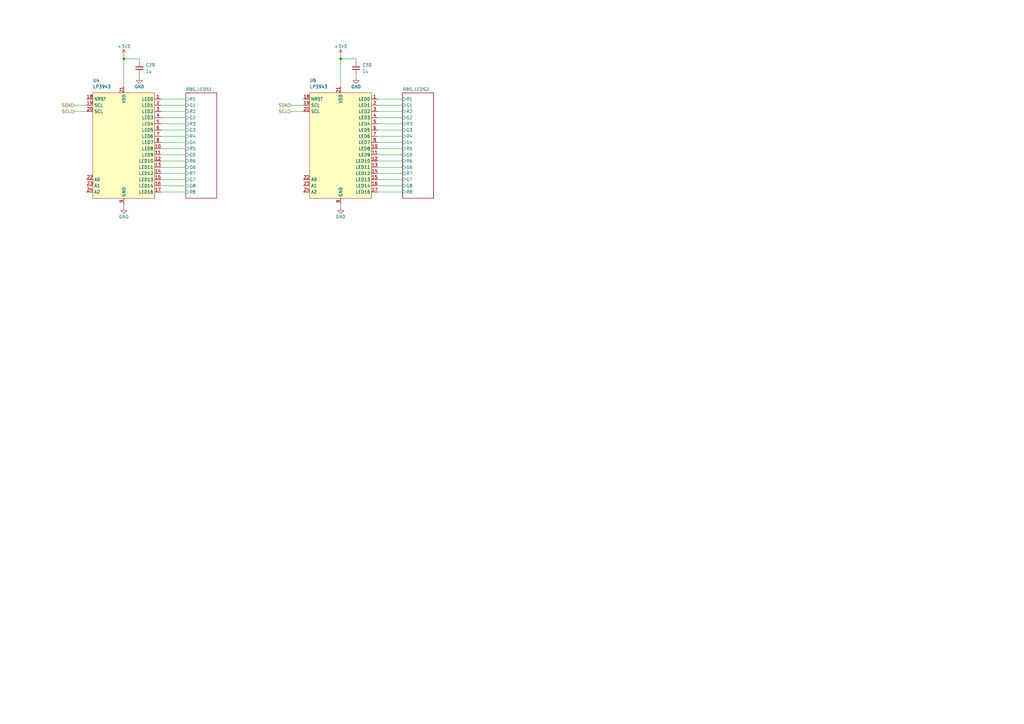
<source format=kicad_sch>
(kicad_sch (version 20230121) (generator eeschema)
  (paper "A3")
  (lib_symbols
    (symbol "Device:C_Small" (pin_numbers hide) (pin_names (offset 0.254) hide)
      (property "Reference" "C" (at 0.254 1.778 0))
      (property "Value" "C_Small" (at 0.254 -2.032 0))
      (symbol "C_Small_0_1"
        (polyline (pts (xy -1.524 -0.508) (xy 1.524 -0.508)) (stroke (width 0.3302)))
        (polyline (pts (xy -1.524 0.508) (xy 1.524 0.508)) (stroke (width 0.3048)))
      )
      (symbol "C_Small_1_1"
        (pin passive line (at 0 2.54 270) (length 2.032) (name "~") (number "1"))
        (pin passive line (at 0 -2.54 90) (length 2.032) (name "~") (number "2"))
      )
    )
    (symbol "Devices:LP3943"
      (property "Reference" "U" (at -8.89 3.81 0))
      (property "Value" "LP3943" (at -8.89 1.27 0))
      (symbol "LP3943_1_1"
        (rectangle (start -12.7 0) (end 12.7 -43.18) (fill (type background)))
        (pin output line (at 15.24 -2.54 180) (length 2.54) (name "LED0") (number "1"))
        (pin output line (at 15.24 -22.86 180) (length 2.54) (name "LED8") (number "10"))
        (pin output line (at 15.24 -25.4 180) (length 2.54) (name "LED9") (number "11"))
        (pin output line (at 15.24 -27.94 180) (length 2.54) (name "LED10") (number "12"))
        (pin output line (at 15.24 -30.48 180) (length 2.54) (name "LED11") (number "13"))
        (pin output line (at 15.24 -33.02 180) (length 2.54) (name "LED12") (number "14"))
        (pin output line (at 15.24 -35.56 180) (length 2.54) (name "LED13") (number "15"))
        (pin output line (at 15.24 -38.1 180) (length 2.54) (name "LED14") (number "16"))
        (pin output line (at 15.24 -40.64 180) (length 2.54) (name "LED16") (number "17"))
        (pin input line (at -15.24 -2.54 0) (length 2.54) (name "NRST") (number "18"))
        (pin input line (at -15.24 -5.08 0) (length 2.54) (name "SCL") (number "19"))
        (pin output line (at 15.24 -5.08 180) (length 2.54) (name "LED1") (number "2"))
        (pin bidirectional line (at -15.24 -7.62 0) (length 2.54) (name "SCL") (number "20"))
        (pin power_in line (at 0 2.54 270) (length 2.54) (name "VDD") (number "21"))
        (pin input line (at -15.24 -35.56 0) (length 2.54) (name "A0") (number "22"))
        (pin input line (at -15.24 -38.1 0) (length 2.54) (name "A1") (number "23"))
        (pin input line (at -15.24 -40.64 0) (length 2.54) (name "A2") (number "24"))
        (pin power_in line (at 0 -45.72 90) (length 2.54) hide (name "GND") (number "25"))
        (pin output line (at 15.24 -7.62 180) (length 2.54) (name "LED2") (number "3"))
        (pin output line (at 15.24 -10.16 180) (length 2.54) (name "LED3") (number "4"))
        (pin output line (at 15.24 -12.7 180) (length 2.54) (name "LED4") (number "5"))
        (pin output line (at 15.24 -15.24 180) (length 2.54) (name "LED5") (number "6"))
        (pin output line (at 15.24 -17.78 180) (length 2.54) (name "LED6") (number "7"))
        (pin output line (at 15.24 -20.32 180) (length 2.54) (name "LED7") (number "8"))
        (pin power_in line (at 0 -45.72 90) (length 2.54) (name "GND") (number "9"))
      )
    )
    (symbol "power:+3V3" (power) (pin_names (offset 0))
      (property "Value" "+3V3" (at 0 3.556 0))
      (symbol "+3V3_0_1"
        (polyline (pts (xy -0.762 1.27) (xy 0 2.54)))
        (polyline (pts (xy 0 0) (xy 0 2.54)))
        (polyline (pts (xy 0 2.54) (xy 0.762 1.27)))
      )
      (symbol "+3V3_1_1"
        (pin power_in line (at 0 0 90) (length 0) hide (name "+3V3") (number "1"))
      )
    )
    (symbol "power:GND" (power) (pin_names (offset 0))
      (property "Value" "GND" (at 0 -3.81 0))
      (symbol "GND_0_1"
        (polyline (pts (xy 0 0) (xy 0 -1.27) (xy 1.27 -1.27) (xy 0 -2.54) (xy -1.27 -1.27) (xy 0 -1.27)))
      )
      (symbol "GND_1_1"
        (pin power_in line (at 0 0 270) (length 0) hide (name "GND") (number "1"))
      )
    )
  )
  (junction (at 139.7 24.13))
  (junction (at 50.8 24.13))
  (wire (pts (xy 154.94 76.2) (xy 165.1 76.2)))
  (wire (pts (xy 154.94 43.18) (xy 165.1 43.18)))
  (wire (pts (xy 66.04 53.34) (xy 76.2 53.34)))
  (wire (pts (xy 154.94 48.26) (xy 165.1 48.26)))
  (wire (pts (xy 154.94 50.8) (xy 165.1 50.8)))
  (wire (pts (xy 154.94 66.04) (xy 165.1 66.04)))
  (wire (pts (xy 119.38 45.72) (xy 124.46 45.72)))
  (wire (pts (xy 66.04 45.72) (xy 76.2 45.72)))
  (wire (pts (xy 30.48 45.72) (xy 35.56 45.72)))
  (wire (pts (xy 66.04 60.96) (xy 76.2 60.96)))
  (wire (pts (xy 66.04 78.74) (xy 76.2 78.74)))
  (wire (pts (xy 66.04 71.12) (xy 76.2 71.12)))
  (wire (pts (xy 146.05 24.13) (xy 146.05 25.4)))
  (wire (pts (xy 146.05 24.13) (xy 139.7 24.13)))
  (wire (pts (xy 154.94 40.64) (xy 165.1 40.64)))
  (wire (pts (xy 66.04 58.42) (xy 76.2 58.42)))
  (wire (pts (xy 50.8 22.86) (xy 50.8 24.13)))
  (wire (pts (xy 66.04 43.18) (xy 76.2 43.18)))
  (wire (pts (xy 154.94 55.88) (xy 165.1 55.88)))
  (wire (pts (xy 57.15 24.13) (xy 57.15 25.4)))
  (wire (pts (xy 57.15 24.13) (xy 50.8 24.13)))
  (wire (pts (xy 154.94 63.5) (xy 165.1 63.5)))
  (wire (pts (xy 66.04 66.04) (xy 76.2 66.04)))
  (wire (pts (xy 66.04 48.26) (xy 76.2 48.26)))
  (wire (pts (xy 154.94 53.34) (xy 165.1 53.34)))
  (wire (pts (xy 30.48 43.18) (xy 35.56 43.18)))
  (wire (pts (xy 139.7 22.86) (xy 139.7 24.13)))
  (wire (pts (xy 66.04 73.66) (xy 76.2 73.66)))
  (wire (pts (xy 139.7 24.13) (xy 139.7 35.56)))
  (wire (pts (xy 154.94 45.72) (xy 165.1 45.72)))
  (wire (pts (xy 57.15 30.48) (xy 57.15 31.75)))
  (wire (pts (xy 66.04 40.64) (xy 76.2 40.64)))
  (wire (pts (xy 66.04 63.5) (xy 76.2 63.5)))
  (wire (pts (xy 66.04 76.2) (xy 76.2 76.2)))
  (wire (pts (xy 154.94 58.42) (xy 165.1 58.42)))
  (wire (pts (xy 66.04 55.88) (xy 76.2 55.88)))
  (wire (pts (xy 154.94 60.96) (xy 165.1 60.96)))
  (wire (pts (xy 119.38 43.18) (xy 124.46 43.18)))
  (wire (pts (xy 50.8 85.09) (xy 50.8 83.82)))
  (wire (pts (xy 154.94 68.58) (xy 165.1 68.58)))
  (wire (pts (xy 154.94 78.74) (xy 165.1 78.74)))
  (wire (pts (xy 154.94 73.66) (xy 165.1 73.66)))
  (wire (pts (xy 66.04 68.58) (xy 76.2 68.58)))
  (wire (pts (xy 139.7 85.09) (xy 139.7 83.82)))
  (wire (pts (xy 66.04 50.8) (xy 76.2 50.8)))
  (wire (pts (xy 154.94 71.12) (xy 165.1 71.12)))
  (wire (pts (xy 50.8 24.13) (xy 50.8 35.56)))
  (wire (pts (xy 146.05 30.48) (xy 146.05 31.75)))
  (hierarchical_label "SCL" (shape input) (at 30.48 45.72 180))
  (hierarchical_label "SDA" (shape input) (at 119.38 43.18 180))
  (hierarchical_label "SCL" (shape input) (at 119.38 45.72 180))
  (hierarchical_label "SDA" (shape input) (at 30.48 43.18 180))
  (symbol (lib_id "power:GND") (at 57.15 31.75 0) (unit 1)
    (property "Reference" "#PWR0102" (effects hide))
    (property "Value" "GND" (at 57.15 35.56 0))
    (instances (project "SoundControl" (path "" (reference "#PWR0102") (unit 1)) (path "" (reference "#PWR0140") (unit 1))))
  )
  (symbol (lib_id "Devices:LP3943") (at 50.8 38.1 0) (unit 1)
    (property "Reference" "U4" (at 38.1 33.02 0) (effects (justify left)))
    (property "Value" "LP3943" (at 38.1 35.56 0) (effects (justify left)))
    (instances (project "SoundControl" (path "" (reference "U4") (unit 1)) (path "" (reference "U5") (unit 1))))
  )
  (symbol (lib_id "power:GND") (at 139.7 85.09 0) (unit 1)
    (property "Reference" "#PWR095" (effects hide))
    (property "Value" "GND" (at 139.7 88.9 0))
    (instances (project "SoundControl" (path "" (reference "#PWR095") (unit 1)) (path "" (reference "#PWR0108") (unit 1))))
  )
  (symbol (lib_id "power:+3V3") (at 50.8 22.86 0) (unit 1)
    (property "Reference" "#PWR092" (effects hide))
    (property "Value" "+3V3" (at 50.8 19.05 0))
    (instances (project "SoundControl" (path "" (reference "#PWR092") (unit 1)) (path "" (reference "#PWR0130") (unit 1))))
  )
  (symbol (lib_id "Devices:LP3943") (at 139.7 38.1 0) (unit 1)
    (property "Reference" "U6" (at 127 33.02 0) (effects (justify left)))
    (property "Value" "LP3943" (at 127 35.56 0) (effects (justify left)))
    (instances (project "SoundControl" (path "" (reference "U6") (unit 1)) (path "" (reference "U27") (unit 1))))
  )
  (symbol (lib_id "power:GND") (at 146.05 31.75 0) (unit 1)
    (property "Reference" "#PWR094" (effects hide))
    (property "Value" "GND" (at 146.05 35.56 0))
    (instances (project "SoundControl" (path "" (reference "#PWR094") (unit 1)) (path "" (reference "#PWR0107") (unit 1))))
  )
  (symbol (lib_id "power:+3V3") (at 139.7 22.86 0) (unit 1)
    (property "Reference" "#PWR093" (effects hide))
    (property "Value" "+3V3" (at 139.7 19.05 0))
    (instances (project "SoundControl" (path "" (reference "#PWR093") (unit 1)) (path "" (reference "#PWR0106") (unit 1))))
  )
  (symbol (lib_id "power:GND") (at 50.8 85.09 0) (unit 1)
    (property "Reference" "#PWR0104" (effects hide))
    (property "Value" "GND" (at 50.8 88.9 0))
    (instances (project "SoundControl" (path "" (reference "#PWR0104") (unit 1)) (path "" (reference "#PWR0142") (unit 1))))
  )
  (symbol (lib_id "Device:C_Small") (at 57.15 27.94 0) (unit 1)
    (property "Reference" "C29" (at 59.69 26.6763 0) (effects (justify left)))
    (property "Value" "1u" (at 59.69 29.2163 0) (effects (justify left)))
    (property "Footprint" "Capacitor_SMD:C_1206_3216Metric_Pad1.33x1.80mm_HandSolder" (effects hide))
    (instances (project "SoundControl" (path "" (reference "C29") (unit 1)) (path "" (reference "C33") (unit 1))))
  )
  (symbol (lib_id "Device:C_Small") (at 146.05 27.94 0) (unit 1)
    (property "Reference" "C30" (at 148.59 26.6763 0) (effects (justify left)))
    (property "Value" "1u" (at 148.59 29.2163 0) (effects (justify left)))
    (property "Footprint" "Capacitor_SMD:C_1206_3216Metric_Pad1.33x1.80mm_HandSolder" (effects hide))
    (instances (project "SoundControl" (path "" (reference "C30") (unit 1)) (path "" (reference "C31") (unit 1))))
  )
  (sheet (at 76.2 38.1) (size 12.7 43.18) (stroke (width 0.1524))
    (property "Sheetname" "RBG_LEDS1" (at 76.2 37.3884 0) (effects (justify left bottom)))
    (property "Sheetfile" "rgb_leds1.kicad_sch" (effects hide))
    (pin "R1" input (at 76.2 40.64 180))
    (pin "G1" input (at 76.2 43.18 180))
    (pin "R6" input (at 76.2 66.04 180))
    (pin "G6" input (at 76.2 68.58 180))
    (pin "R2" input (at 76.2 45.72 180))
    (pin "G2" input (at 76.2 48.26 180))
    (pin "G5" input (at 76.2 63.5 180))
    (pin "R5" input (at 76.2 60.96 180))
    (pin "R7" input (at 76.2 71.12 180))
    (pin "G7" input (at 76.2 73.66 180))
    (pin "G8" input (at 76.2 76.2 180))
    (pin "R8" input (at 76.2 78.74 180))
    (pin "G4" input (at 76.2 58.42 180))
    (pin "R4" input (at 76.2 55.88 180))
    (pin "G3" input (at 76.2 53.34 180))
    (pin "R3" input (at 76.2 50.8 180))
  )
  (sheet (at 165.1 38.1) (size 12.7 43.18) (stroke (width 0.1524))
    (property "Sheetname" "RBG_LEDS2" (at 165.1 37.3884 0) (effects (justify left bottom)))
    (property "Sheetfile" "rgb_leds1.kicad_sch" (effects hide))
    (pin "R1" input (at 165.1 40.64 180))
    (pin "G1" input (at 165.1 43.18 180))
    (pin "R6" input (at 165.1 66.04 180))
    (pin "G6" input (at 165.1 68.58 180))
    (pin "R2" input (at 165.1 45.72 180))
    (pin "G2" input (at 165.1 48.26 180))
    (pin "G5" input (at 165.1 63.5 180))
    (pin "R5" input (at 165.1 60.96 180))
    (pin "R7" input (at 165.1 71.12 180))
    (pin "G7" input (at 165.1 73.66 180))
    (pin "G8" input (at 165.1 76.2 180))
    (pin "R8" input (at 165.1 78.74 180))
    (pin "G4" input (at 165.1 58.42 180))
    (pin "R4" input (at 165.1 55.88 180))
    (pin "G3" input (at 165.1 53.34 180))
    (pin "R3" input (at 165.1 50.8 180))
  )
)
</source>
